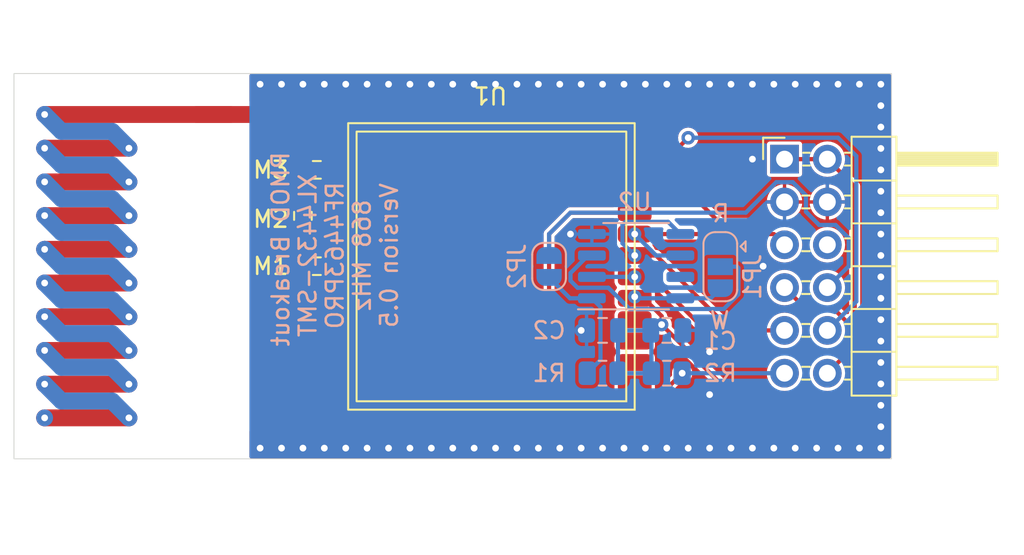
<source format=kicad_pcb>
(kicad_pcb (version 20221018) (generator pcbnew)
  (layers (0 "F.Cu" signal) (31 "B.Cu" signal) (34 "B.Paste" user) (35 "F.Paste" user) (36 "B.SilkS" user "B.Silkscreen") (37 "F.SilkS" user "F.Silkscreen") (38 "B.Mask" user) (39 "F.Mask" user) (44 "Edge.Cuts" user))
  (net 0 "")
  (net 1 "GND")
  (net 2 "nRESET")
  (net 3 "nCS")
  (net 4 "SCK")
  (net 5 "MOSI")
  (net 6 "MISO")
  (net 7 "VCC")
  (net 9 "Net-(AE1-A)")
  (net 12 "IRQ")
  (net 14 "Net-(U1-ANT)")
  (net 15 "Net-(JP1-C)")
  (net 16 "nCS2")
  (net 18 "nCS_Flash")
  (footprint "Connector_PinHeader_2.54mm:PinHeader_2x06_P2.54mm_Horizontal" (layer "F.Cu") (at 149.86 43.18)
    (fp_text reference "J1" hide)
    (fp_text value "Conn_02x06_Odd_Even")
    (fp_line (start -1.27 -1.27) (end 0 -1.27) (stroke (width 0.12)) (layer "F.SilkS"))
    (fp_line (start -1.27 0) (end -1.27 -1.27) (stroke (width 0.12)) (layer "F.SilkS"))
    (fp_line (start 1.042929 2.16) (end 1.497071 2.16) (stroke (width 0.12)) (layer "F.SilkS"))
    (fp_line (start 1.042929 2.92) (end 1.497071 2.92) (stroke (width 0.12)) (layer "F.SilkS"))
    (fp_line (start 1.042929 4.7) (end 1.497071 4.7) (stroke (width 0.12)) (layer "F.SilkS"))
    (fp_line (start 1.042929 5.46) (end 1.497071 5.46) (stroke (width 0.12)) (layer "F.SilkS"))
    (fp_line (start 1.042929 7.24) (end 1.497071 7.24) (stroke (width 0.12)) (layer "F.SilkS"))
    (fp_line (start 1.042929 8) (end 1.497071 8) (stroke (width 0.12)) (layer "F.SilkS"))
    (fp_line (start 1.042929 9.78) (end 1.497071 9.78) (stroke (width 0.12)) (layer "F.SilkS"))
    (fp_line (start 1.042929 10.54) (end 1.497071 10.54) (stroke (width 0.12)) (layer "F.SilkS"))
    (fp_line (start 1.042929 12.32) (end 1.497071 12.32) (stroke (width 0.12)) (layer "F.SilkS"))
    (fp_line (start 1.042929 13.08) (end 1.497071 13.08) (stroke (width 0.12)) (layer "F.SilkS"))
    (fp_line (start 1.11 -0.38) (end 1.497071 -0.38) (stroke (width 0.12)) (layer "F.SilkS"))
    (fp_line (start 1.11 0.38) (end 1.497071 0.38) (stroke (width 0.12)) (layer "F.SilkS"))
    (fp_line (start 3.582929 -0.38) (end 3.98 -0.38) (stroke (width 0.12)) (layer "F.SilkS"))
    (fp_line (start 3.582929 0.38) (end 3.98 0.38) (stroke (width 0.12)) (layer "F.SilkS"))
    (fp_line (start 3.582929 2.16) (end 3.98 2.16) (stroke (width 0.12)) (layer "F.SilkS"))
    (fp_line (start 3.582929 2.92) (end 3.98 2.92) (stroke (width 0.12)) (layer "F.SilkS"))
    (fp_line (start 3.582929 4.7) (end 3.98 4.7) (stroke (width 0.12)) (layer "F.SilkS"))
    (fp_line (start 3.582929 5.46) (end 3.98 5.46) (stroke (width 0.12)) (layer "F.SilkS"))
    (fp_line (start 3.582929 7.24) (end 3.98 7.24) (stroke (width 0.12)) (layer "F.SilkS"))
    (fp_line (start 3.582929 8) (end 3.98 8) (stroke (width 0.12)) (layer "F.SilkS"))
    (fp_line (start 3.582929 9.78) (end 3.98 9.78) (stroke (width 0.12)) (layer "F.SilkS"))
    (fp_line (start 3.582929 10.54) (end 3.98 10.54) (stroke (width 0.12)) (layer "F.SilkS"))
    (fp_line (start 3.582929 12.32) (end 3.98 12.32) (stroke (width 0.12)) (layer "F.SilkS"))
    (fp_line (start 3.582929 13.08) (end 3.98 13.08) (stroke (width 0.12)) (layer "F.SilkS"))
    (fp_line (start 3.98 -1.33) (end 3.98 14.03) (stroke (width 0.12)) (layer "F.SilkS"))
    (fp_line (start 3.98 1.27) (end 6.64 1.27) (stroke (width 0.12)) (layer "F.SilkS"))
    (fp_line (start 3.98 3.81) (end 6.64 3.81) (stroke (width 0.12)) (layer "F.SilkS"))
    (fp_line (start 3.98 6.35) (end 6.64 6.35) (stroke (width 0.12)) (layer "F.SilkS"))
    (fp_line (start 3.98 8.89) (end 6.64 8.89) (stroke (width 0.12)) (layer "F.SilkS"))
    (fp_line (start 3.98 11.43) (end 6.64 11.43) (stroke (width 0.12)) (layer "F.SilkS"))
    (fp_line (start 3.98 14.03) (end 6.64 14.03) (stroke (width 0.12)) (layer "F.SilkS"))
    (fp_line (start 6.64 -1.33) (end 3.98 -1.33) (stroke (width 0.12)) (layer "F.SilkS"))
    (fp_line (start 6.64 -0.38) (end 12.64 -0.38) (stroke (width 0.12)) (layer "F.SilkS"))
    (fp_line (start 6.64 -0.32) (end 12.64 -0.32) (stroke (width 0.12)) (layer "F.SilkS"))
    (fp_line (start 6.64 -0.2) (end 12.64 -0.2) (stroke (width 0.12)) (layer "F.SilkS"))
    (fp_line (start 6.64 -0.08) (end 12.64 -0.08) (stroke (width 0.12)) (layer "F.SilkS"))
    (fp_line (start 6.64 0.04) (end 12.64 0.04) (stroke (width 0.12)) (layer "F.SilkS"))
    (fp_line (start 6.64 0.16) (end 12.64 0.16) (stroke (width 0.12)) (layer "F.SilkS"))
    (fp_line (start 6.64 0.28) (end 12.64 0.28) (stroke (width 0.12)) (layer "F.SilkS"))
    (fp_line (start 6.64 2.16) (end 12.64 2.16) (stroke (width 0.12)) (layer "F.SilkS"))
    (fp_line (start 6.64 4.7) (end 12.64 4.7) (stroke (width 0.12)) (layer "F.SilkS"))
    (fp_line (start 6.64 7.24) (end 12.64 7.24) (stroke (width 0.12)) (layer "F.SilkS"))
    (fp_line (start 6.64 9.78) (end 12.64 9.78) (stroke (width 0.12)) (layer "F.SilkS"))
    (fp_line (start 6.64 12.32) (end 12.64 12.32) (stroke (width 0.12)) (layer "F.SilkS"))
    (fp_line (start 6.64 14.03) (end 6.64 -1.33) (stroke (width 0.12)) (layer "F.SilkS"))
    (fp_line (start 12.64 -0.38) (end 12.64 0.38) (stroke (width 0.12)) (layer "F.SilkS"))
    (fp_line (start 12.64 0.38) (end 6.64 0.38) (stroke (width 0.12)) (layer "F.SilkS"))
    (fp_line (start 12.64 2.16) (end 12.64 2.92) (stroke (width 0.12)) (layer "F.SilkS"))
    (fp_line (start 12.64 2.92) (end 6.64 2.92) (stroke (width 0.12)) (layer "F.SilkS"))
    (fp_line (start 12.64 4.7) (end 12.64 5.46) (stroke (width 0.12)) (layer "F.SilkS"))
    (fp_line (start 12.64 5.46) (end 6.64 5.46) (stroke (width 0.12)) (layer "F.SilkS"))
    (fp_line (start 12.64 7.24) (end 12.64 8) (stroke (width 0.12)) (layer "F.SilkS"))
    (fp_line (start 12.64 8) (end 6.64 8) (stroke (width 0.12)) (layer "F.SilkS"))
    (fp_line (start 12.64 9.78) (end 12.64 10.54) (stroke (width 0.12)) (layer "F.SilkS"))
    (fp_line (start 12.64 10.54) (end 6.64 10.54) (stroke (width 0.12)) (layer "F.SilkS"))
    (fp_line (start 12.64 12.32) (end 12.64 13.08) (stroke (width 0.12)) (layer "F.SilkS"))
    (fp_line (start 12.64 13.08) (end 6.64 13.08) (stroke (width 0.12)) (layer "F.SilkS"))
    (pad "1" thru_hole rect (at 0 0) (size 1.7 1.7) (drill 1) (layers "*.Cu" "*.Mask") (net 7 "VCC"))
    (pad "2" thru_hole oval (at 2.54 0) (size 1.7 1.7) (drill 1) (layers "*.Cu" "*.Mask") (net 7 "VCC"))
    (pad "3" thru_hole oval (at 0 2.54) (size 1.7 1.7) (drill 1) (layers "*.Cu" "*.Mask") (net 1 "GND"))
    (pad "4" thru_hole oval (at 2.54 2.54) (size 1.7 1.7) (drill 1) (layers "*.Cu" "*.Mask") (net 1 "GND"))
    (pad "5" thru_hole oval (at 0 5.08) (size 1.7 1.7) (drill 1) (layers "*.Cu" "*.Mask") (net 4 "SCK"))
    (pad "6" thru_hole oval (at 2.54 5.08) (size 1.7 1.7) (drill 1) (layers "*.Cu" "*.Mask"))
    (pad "7" thru_hole oval (at 0 7.62) (size 1.7 1.7) (drill 1) (layers "*.Cu" "*.Mask") (net 6 "MISO"))
    (pad "8" thru_hole oval (at 2.54 7.62) (size 1.7 1.7) (drill 1) (layers "*.Cu" "*.Mask") (net 16 "nCS2"))
    (pad "9" thru_hole oval (at 0 10.16) (size 1.7 1.7) (drill 1) (layers "*.Cu" "*.Mask") (net 5 "MOSI"))
    (pad "10" thru_hole oval (at 2.54 10.16) (size 1.7 1.7) (drill 1) (layers "*.Cu" "*.Mask") (net 2 "nRESET"))
    (pad "11" thru_hole oval (at 0 12.7) (size 1.7 1.7) (drill 1) (layers "*.Cu" "*.Mask") (net 3 "nCS"))
    (pad "12" thru_hole oval (at 2.54 12.7) (size 1.7 1.7) (drill 1) (layers "*.Cu" "*.Mask") (net 12 "IRQ"))
  )
  (footprint "AvS_Modules:RF4xxx" (layer "F.Cu") (at 132.47 49.545 180)
    (fp_text reference "U1" (at 0.0635 10.16 180 unlocked) (layer "F.SilkS"))
    (fp_text value "AS4432-SMD")
    (fp_rect (start -8.5 -8.5) (end 8.5 8.5) (stroke (width 0.12)) (fill none) (layer "F.SilkS"))
    (fp_rect (start -8 -8) (end 8 8) (stroke (width 0.12)) (fill none) (layer "F.SilkS"))
    (pad "1" smd roundrect (at -8.5 -6.97 180) (size 2 1) (layers "F.Cu" "F.Paste" "F.Mask") (net 1 "GND"))
    (pad "2" smd roundrect (at -8.5 -5.7 180) (size 2 1) (layers "F.Cu" "F.Paste" "F.Mask"))
    (pad "3" smd roundrect (at -8.5 -4.43 180) (size 2 1) (layers "F.Cu" "F.Paste" "F.Mask"))
    (pad "4" smd roundrect (at -8.5 -3.16 180) (size 2 1) (layers "F.Cu" "F.Paste" "F.Mask"))
    (pad "5" smd roundrect (at -8.5 -1.89 180) (size 2 1) (layers "F.Cu" "F.Paste" "F.Mask") (net 7 "VCC"))
    (pad "6" smd roundrect (at -8.5 -0.62 180) (size 2 1) (layers "F.Cu" "F.Paste" "F.Mask") (net 6 "MISO"))
    (pad "7" smd roundrect (at -8.5 0.65 180) (size 2 1) (layers "F.Cu" "F.Paste" "F.Mask") (net 5 "MOSI"))
    (pad "8" smd roundrect (at -8.5 1.92 180) (size 2 1) (layers "F.Cu" "F.Paste" "F.Mask") (net 4 "SCK"))
    (pad "9" smd roundrect (at -8.5 3.19 180) (size 2 1) (layers "F.Cu" "F.Paste" "F.Mask") (net 3 "nCS"))
    (pad "10" smd roundrect (at -8.5 4.46 180) (size 2 1) (layers "F.Cu" "F.Paste" "F.Mask") (net 12 "IRQ"))
    (pad "11" smd roundrect (at -8.5 5.73 180) (size 2 1) (layers "F.Cu" "F.Paste" "F.Mask") (net 2 "nRESET"))
    (pad "12" smd roundrect (at -8.5 7 180) (size 2 1) (layers "F.Cu" "F.Paste" "F.Mask") (net 1 "GND"))
    (pad "13" smd roundrect (at 8.5 -5.89 180) (size 2 1) (layers "F.Cu" "F.Paste" "F.Mask") (net 14 "Net-(U1-ANT)"))
    (pad "14" smd roundrect (at 8.5 -7.39 180) (size 2 1) (layers "F.Cu" "F.Paste" "F.Mask") (net 1 "GND"))
  )
  (footprint "Resistor_SMD:R_0603_1608Metric" (layer "F.Cu") (at 122.11 49.53)
    (fp_text reference "M1" (at -2.73 0) (layer "F.SilkS"))
    (fp_text value "DNP")
    (fp_line (start -0.237258 -0.5225) (end 0.237258 -0.5225) (stroke (width 0.12)) (layer "F.SilkS"))
    (fp_line (start -0.237258 0.5225) (end 0.237258 0.5225) (stroke (width 0.12)) (layer "F.SilkS"))
    (pad "1" smd roundrect (at -0.825 0) (size 0.8 0.95) (layers "F.Cu" "F.Paste" "F.Mask") (net 14 "Net-(U1-ANT)"))
    (pad "2" smd roundrect (at 0.825 0) (size 0.8 0.95) (layers "F.Cu" "F.Paste" "F.Mask") (net 1 "GND"))
  )
  (footprint "Resistor_SMD:R_0603_1608Metric" (layer "F.Cu") (at 122.11 43.815)
    (fp_text reference "M3" (at -2.73 0) (layer "F.SilkS"))
    (fp_text value "12 nH")
    (fp_line (start -0.237258 -0.5225) (end 0.237258 -0.5225) (stroke (width 0.12)) (layer "F.SilkS"))
    (fp_line (start -0.237258 0.5225) (end 0.237258 0.5225) (stroke (width 0.12)) (layer "F.SilkS"))
    (pad "1" smd roundrect (at -0.825 0) (size 0.8 0.95) (layers "F.Cu" "F.Paste" "F.Mask") (net 9 "Net-(AE1-A)"))
    (pad "2" smd roundrect (at 0.825 0) (size 0.8 0.95) (layers "F.Cu" "F.Paste" "F.Mask") (net 1 "GND"))
  )
  (footprint "AvS_Antenna:Texas_SWRA416_868MHz_915MHz_Right" (layer "F.Cu") (at 111.76 49.53 90)
    (fp_text reference "AE1" hide)
    (fp_text value "Antenna")
    (fp_line (start -9 -5.8) (end -9 -0.8) (stroke (width 1)) (layer "F.Cu"))
    (fp_line (start -7 -5.8) (end -7 -0.8) (stroke (width 1)) (layer "F.Cu"))
    (fp_line (start -5 -5.8) (end -5 -0.8) (stroke (width 1)) (layer "F.Cu"))
    (fp_line (start -3 -5.8) (end -3 -0.8) (stroke (width 1)) (layer "F.Cu"))
    (fp_line (start -1 -5.8) (end -1 -0.8) (stroke (width 1)) (layer "F.Cu"))
    (fp_line (start 1 -5.8) (end 1 -0.8) (stroke (width 1)) (layer "F.Cu"))
    (fp_line (start 3 -5.8) (end 3 -0.8) (stroke (width 1)) (layer "F.Cu"))
    (fp_line (start 5 -5.8) (end 5 -0.8) (stroke (width 1)) (layer "F.Cu"))
    (fp_line (start 7 -5.8) (end 7 -0.8) (stroke (width 1)) (layer "F.Cu"))
    (fp_line (start 9 5.2) (end 9 -5.8) (stroke (width 1)) (layer "F.Cu"))
    (fp_line (start -8 -4.8) (end -8 -1.8) (stroke (width 1)) (layer "B.Cu"))
    (fp_line (start -8 -1.8) (end -9 -0.8) (stroke (width 1)) (layer "B.Cu"))
    (fp_line (start -7 -5.8) (end -8 -4.8) (stroke (width 1)) (layer "B.Cu"))
    (fp_line (start -6 -4.8) (end -6 -1.8) (stroke (width 1)) (layer "B.Cu"))
    (fp_line (start -6 -1.8) (end -7 -0.8) (stroke (width 1)) (layer "B.Cu"))
    (fp_line (start -5 -5.8) (end -6 -4.8) (stroke (width 1)) (layer "B.Cu"))
    (fp_line (start -4 -4.8) (end -4 -1.8) (stroke (width 1)) (layer "B.Cu"))
    (fp_line (start -4 -1.8) (end -5 -0.8) (stroke (width 1)) (layer "B.Cu"))
    (fp_line (start -3 -5.8) (end -4 -4.8) (stroke (width 1)) (layer "B.Cu"))
    (fp_line (start -2 -4.8) (end -2 -1.8) (stroke (width 1)) (layer "B.Cu"))
    (fp_line (start -2 -1.8) (end -3 -0.8) (stroke (width 1)) (layer "B.Cu"))
    (fp_line (start -1 -5.8) (end -2 -4.8) (stroke (width 1)) (layer "B.Cu"))
    (fp_line (start 0 -4.8) (end 0 -1.8) (stroke (width 1)) (layer "B.Cu"))
    (fp_line (start 0 -1.8) (end -1 -0.8) (stroke (width 1)) (layer "B.Cu"))
    (fp_line (start 1 -5.8) (end 0 -4.8) (stroke (width 1)) (layer "B.Cu"))
    (fp_line (start 2 -4.8) (end 2 -1.8) (stroke (width 1)) (layer "B.Cu"))
    (fp_line (start 2 -1.8) (end 1 -0.8) (stroke (width 1)) (layer "B.Cu"))
    (fp_line (start 3 -5.8) (end 2 -4.8) (stroke (width 1)) (layer "B.Cu"))
    (fp_line (start 4 -4.8) (end 4 -1.8) (stroke (width 1)) (layer "B.Cu"))
    (fp_line (start 4 -1.8) (end 3 -0.8) (stroke (width 1)) (layer "B.Cu"))
    (fp_line (start 5 -5.8) (end 4 -4.8) (stroke (width 1)) (layer "B.Cu"))
    (fp_line (start 6 -4.8) (end 6 -1.8) (stroke (width 1)) (layer "B.Cu"))
    (fp_line (start 6 -1.8) (end 5 -0.8) (stroke (width 1)) (layer "B.Cu"))
    (fp_line (start 7 -5.8) (end 6 -4.8) (stroke (width 1)) (layer "B.Cu"))
    (fp_line (start 8 -4.8) (end 8 -1.8) (stroke (width 1)) (layer "B.Cu"))
    (fp_line (start 8 -1.8) (end 7 -0.8) (stroke (width 1)) (layer "B.Cu"))
    (fp_line (start 9 -5.8) (end 8 -4.8) (stroke (width 1)) (layer "B.Cu"))
    (pad "" thru_hole circle (at -9 -5.8 270) (size 1 1) (drill 0.4) (layers "*.Cu"))
    (pad "" thru_hole circle (at -9 -0.8 270) (size 1 1) (drill 0.4) (layers "*.Cu"))
    (pad "" thru_hole circle (at -7 -5.8 270) (size 1 1) (drill 0.4) (layers "*.Cu"))
    (pad "" thru_hole circle (at -7 -0.8 270) (size 1 1) (drill 0.4) (layers "*.Cu"))
    (pad "" thru_hole circle (at -5 -5.8 270) (size 1 1) (drill 0.4) (layers "*.Cu"))
    (pad "" thru_hole circle (at -5 -0.8 270) (size 1 1) (drill 0.4) (layers "*.Cu"))
    (pad "" thru_hole circle (at -3 -5.8 270) (size 1 1) (drill 0.4) (layers "*.Cu"))
    (pad "" thru_hole circle (at -3 -0.8 270) (size 1 1) (drill 0.4) (layers "*.Cu"))
    (pad "" thru_hole circle (at -1 -5.8 270) (size 1 1) (drill 0.4) (layers "*.Cu"))
    (pad "" thru_hole circle (at -1 -0.8 270) (size 1 1) (drill 0.4) (layers "*.Cu"))
    (pad "" thru_hole circle (at 1 -5.8 270) (size 1 1) (drill 0.4) (layers "*.Cu"))
    (pad "" thru_hole circle (at 1 -0.8 270) (size 1 1) (drill 0.4) (layers "*.Cu"))
    (pad "" thru_hole circle (at 3 -5.8 270) (size 1 1) (drill 0.4) (layers "*.Cu"))
    (pad "" thru_hole circle (at 3 -0.8 270) (size 1 1) (drill 0.4) (layers "*.Cu"))
    (pad "" thru_hole circle (at 5 -5.8 270) (size 1 1) (drill 0.4) (layers "*.Cu"))
    (pad "" thru_hole circle (at 5 -0.8 270) (size 1 1) (drill 0.4) (layers "*.Cu"))
    (pad "" thru_hole circle (at 7 -5.8 270) (size 1 1) (drill 0.4) (layers "*.Cu"))
    (pad "" thru_hole circle (at 7 -0.8 270) (size 1 1) (drill 0.4) (layers "*.Cu"))
    (pad "" thru_hole circle (at 9 -5.8 270) (size 1 1) (drill 0.4) (layers "*.Cu"))
    (pad "1" smd trapezoid (at 9 5.9 270) (size 0.4 0.8) (rect_delta 0 0.3) (layers "F.Cu") (net 9 "Net-(AE1-A)"))
    (zone (net 0) (net_name "") (layer "F.Cu") (connect_pads (clearance 0)) (min_thickness 0.254)
      (keepout (tracks allowed) (vias allowed) (pads allowed) (copperpour not_allowed) (footprints not_allowed))
      (fill (thermal_gap 0.508) (thermal_bridge_width 0.508))
      (polygon (pts (xy 106.06 59.23) (xy 106.06 39.83) (xy 118.26 39.83) (xy 118.26 59.23)))
    )
  )
  (footprint "Resistor_SMD:R_0603_1608Metric" (layer "F.Cu") (at 121.285 46.545 90)
    (fp_text reference "M2" (at -0.19 -1.905 180) (layer "F.SilkS"))
    (fp_text value "1 pF")
    (fp_line (start -0.237258 -0.5225) (end 0.237258 -0.5225) (stroke (width 0.12)) (layer "F.SilkS"))
    (fp_line (start -0.237258 0.5225) (end 0.237258 0.5225) (stroke (width 0.12)) (layer "F.SilkS"))
    (pad "1" smd roundrect (at -0.825 0 90) (size 0.8 0.95) (layers "F.Cu" "F.Paste" "F.Mask") (net 14 "Net-(U1-ANT)"))
    (pad "2" smd roundrect (at 0.825 0 90) (size 0.8 0.95) (layers "F.Cu" "F.Paste" "F.Mask") (net 9 "Net-(AE1-A)"))
  )
  (footprint "Capacitor_SMD:C_0805_2012Metric" (layer "B.Cu") (at 142.875 53.34)
    (fp_text reference "C1" (at 3.175 0.635 180) (layer "B.SilkS") (effects (justify mirror)))
    (fp_text value "C_Small")
    (fp_line (start -0.261252 -0.735) (end 0.261252 -0.735) (stroke (width 0.12)) (layer "B.SilkS"))
    (fp_line (start -0.261252 0.735) (end 0.261252 0.735) (stroke (width 0.12)) (layer "B.SilkS"))
    (pad "1" smd roundrect (at -0.95 0) (size 1 1.45) (layers "B.Cu" "B.Paste" "B.Mask") (net 7 "VCC"))
    (pad "2" smd roundrect (at 0.95 0) (size 1 1.45) (layers "B.Cu" "B.Paste" "B.Mask") (net 1 "GND"))
  )
  (footprint "Resistor_SMD:R_0805_2012Metric" (layer "B.Cu") (at 142.875 55.88)
    (fp_text reference "R2" (at 3.175 0) (layer "B.SilkS") (effects (justify mirror)))
    (fp_text value "R_Small")
    (fp_line (start -0.227064 -0.735) (end 0.227064 -0.735) (stroke (width 0.12)) (layer "B.SilkS"))
    (fp_line (start -0.227064 0.735) (end 0.227064 0.735) (stroke (width 0.12)) (layer "B.SilkS"))
    (pad "1" smd roundrect (at -0.9125 0) (size 1.025 1.4) (layers "B.Cu" "B.Paste" "B.Mask") (roundrect_rratio 0.243902439) (net 7 "VCC"))
    (pad "2" smd roundrect (at 0.9125 0) (size 1.025 1.4) (layers "B.Cu" "B.Paste" "B.Mask") (roundrect_rratio 0.243902439) (net 3 "nCS"))
  )
  (footprint "Jumper:SolderJumper-3_P1.3mm_Open_RoundedPad1.0x1.5mm" (layer "B.Cu") (at 146.05 49.56 -90)
    (fp_text reference "JP1" (at 0.605 -1.905 90) (layer "B.SilkS") (effects (justify mirror)))
    (fp_text value "SolderJumper_3_Open")
    (fp_line (start -2.05 -0.3) (end -2.05 0.3) (stroke (width 0.12)) (layer "B.SilkS"))
    (fp_line (start -1.5 -1.5) (end -0.9 -1.5) (stroke (width 0.12)) (layer "B.SilkS"))
    (fp_line (start -1.4 1) (end 1.4 1) (stroke (width 0.12)) (layer "B.SilkS"))
    (fp_line (start -1.2 -1.2) (end -1.5 -1.5) (stroke (width 0.12)) (layer "B.SilkS"))
    (fp_line (start -1.2 -1.2) (end -0.9 -1.5) (stroke (width 0.12)) (layer "B.SilkS"))
    (fp_line (start 1.4 -1) (end -1.4 -1) (stroke (width 0.12)) (layer "B.SilkS"))
    (fp_line (start 2.05 0.3) (end 2.05 -0.3) (stroke (width 0.12)) (layer "B.SilkS"))
    (fp_arc (start -2.05 -0.3) (mid -1.844975 -0.794975) (end -1.35 -1) (stroke (width 0.12)) (layer "B.SilkS"))
    (fp_arc (start -1.35 1) (mid -1.844975 0.794975) (end -2.05 0.3) (stroke (width 0.12)) (layer "B.SilkS"))
    (fp_arc (start 1.35 -1) (mid 1.844975 -0.794975) (end 2.05 -0.3) (stroke (width 0.12)) (layer "B.SilkS"))
    (fp_arc (start 2.05 0.3) (mid 1.844975 0.794975) (end 1.35 1) (stroke (width 0.12)) (layer "B.SilkS"))
    (pad "1" smd custom (at -1.3 0 270) (size 1 0.5) (layers "B.Cu" "B.Mask") (net 1 "GND") (options (clearance outline) (anchor rect)) (primitives (gr_circle (center 0 -0.25) (end 0.5 -0.25) (width 0) (fill yes)) (gr_circle (center 0 0.25) (end 0.5 0.25) (width 0) (fill yes)) (gr_poly (pts (xy 0.55 -0.75) (xy 0 -0.75) (xy 0 0.75) (xy 0.55 0.75)) (width 0) (fill yes))))
    (pad "2" smd rect (at 0 0 270) (size 1 1.5) (layers "B.Cu" "B.Mask") (net 15 "Net-(JP1-C)"))
    (pad "3" smd custom (at 1.3 0 270) (size 1 0.5) (layers "B.Cu" "B.Mask") (net 7 "VCC") (options (clearance outline) (anchor rect)) (primitives (gr_circle (center 0 -0.25) (end 0.5 -0.25) (width 0) (fill yes)) (gr_circle (center 0 0.25) (end 0.5 0.25) (width 0) (fill yes)) (gr_poly (pts (xy 0 -0.75) (xy -0.55 -0.75) (xy -0.55 0.75) (xy 0 0.75)) (width 0) (fill yes))))
  )
  (footprint "Capacitor_SMD:C_0805_2012Metric" (layer "B.Cu") (at 139.065 53.34 180)
    (fp_text reference "C2" (at 3.175 0) (layer "B.SilkS") (effects (justify mirror)))
    (fp_text value "C_Small")
    (fp_line (start -0.261252 -0.735) (end 0.261252 -0.735) (stroke (width 0.12)) (layer "B.SilkS"))
    (fp_line (start -0.261252 0.735) (end 0.261252 0.735) (stroke (width 0.12)) (layer "B.SilkS"))
    (pad "1" smd roundrect (at -0.95 0 180) (size 1 1.45) (layers "B.Cu" "B.Paste" "B.Mask") (net 7 "VCC"))
    (pad "2" smd roundrect (at 0.95 0 180) (size 1 1.45) (layers "B.Cu" "B.Paste" "B.Mask") (net 1 "GND"))
  )
  (footprint "Jumper:SolderJumper-2_P1.3mm_Open_RoundedPad1.0x1.5mm" (layer "B.Cu") (at 135.89 49.545 90)
    (fp_text reference "JP2" (at 0 -1.905 90) (layer "B.SilkS") (effects (justify mirror)))
    (fp_text value "Jumper_2_Open")
    (fp_line (start -1.4 -0.3) (end -1.4 0.3) (stroke (width 0.12)) (layer "B.SilkS"))
    (fp_line (start -0.7 1) (end 0.7 1) (stroke (width 0.12)) (layer "B.SilkS"))
    (fp_line (start 0.7 -1) (end -0.7 -1) (stroke (width 0.12)) (layer "B.SilkS"))
    (fp_line (start 1.4 0.3) (end 1.4 -0.3) (stroke (width 0.12)) (layer "B.SilkS"))
    (fp_arc (start -1.4 -0.3) (mid -1.194975 -0.794975) (end -0.7 -1) (stroke (width 0.12)) (layer "B.SilkS"))
    (fp_arc (start -0.7 1) (mid -1.194975 0.794975) (end -1.4 0.3) (stroke (width 0.12)) (layer "B.SilkS"))
    (fp_arc (start 0.7 -1) (mid 1.194975 -0.794975) (end 1.4 -0.3) (stroke (width 0.12)) (layer "B.SilkS"))
    (fp_arc (start 1.4 0.3) (mid 1.194975 0.794975) (end 0.7 1) (stroke (width 0.12)) (layer "B.SilkS"))
    (pad "1" smd custom (at -0.65 0 90) (size 1 0.5) (layers "B.Cu" "B.Mask") (net 18 "nCS_Flash") (options (clearance outline) (anchor rect)) (primitives (gr_circle (center 0 -0.25) (end 0.5 -0.25) (width 0) (fill yes)) (gr_circle (center 0 0.25) (end 0.5 0.25) (width 0) (fill yes)) (gr_poly (pts (xy 0.5 -0.75) (xy 0 -0.75) (xy 0 0.75) (xy 0.5 0.75)) (width 0) (fill yes))))
    (pad "2" smd custom (at 0.65 0 90) (size 1 0.5) (layers "B.Cu" "B.Mask") (net 16 "nCS2") (options (clearance outline) (anchor rect)) (primitives (gr_circle (center 0 -0.25) (end 0.5 -0.25) (width 0) (fill yes)) (gr_circle (center 0 0.25) (end 0.5 0.25) (width 0) (fill yes)) (gr_poly (pts (xy 0 -0.75) (xy -0.5 -0.75) (xy -0.5 0.75) (xy 0 0.75)) (width 0) (fill yes))))
  )
  (footprint "Package_SO:SOP-8_3.9x4.9mm_P1.27mm" (layer "B.Cu") (at 141.055 49.53)
    (fp_text reference "U2" (at -0.085 -3.81) (layer "B.SilkS") (effects (justify mirror)))
    (fp_text value "SPI FLASH")
    (fp_line (start 0 -2.56) (end -1.95 -2.56) (stroke (width 0.12)) (layer "B.SilkS"))
    (fp_line (start 0 -2.56) (end 1.95 -2.56) (stroke (width 0.12)) (layer "B.SilkS"))
    (fp_line (start 0 2.56) (end -3.45 2.56) (stroke (width 0.12)) (layer "B.SilkS"))
    (fp_line (start 0 2.56) (end 1.95 2.56) (stroke (width 0.12)) (layer "B.SilkS"))
    (pad "1" smd roundrect (at -2.625 1.905) (size 1.65 0.6) (layers "B.Cu" "B.Paste" "B.Mask") (net 18 "nCS_Flash"))
    (pad "2" smd roundrect (at -2.625 0.635) (size 1.65 0.6) (layers "B.Cu" "B.Paste" "B.Mask") (net 6 "MISO"))
    (pad "3" smd roundrect (at -2.625 -0.635) (size 1.65 0.6) (layers "B.Cu" "B.Paste" "B.Mask") (net 15 "Net-(JP1-C)"))
    (pad "4" smd roundrect (at -2.625 -1.905) (size 1.65 0.6) (layers "B.Cu" "B.Paste" "B.Mask") (net 1 "GND"))
    (pad "5" smd roundrect (at 2.625 -1.905) (size 1.65 0.6) (layers "B.Cu" "B.Paste" "B.Mask") (net 5 "MOSI"))
    (pad "6" smd roundrect (at 2.625 -0.635) (size 1.65 0.6) (layers "B.Cu" "B.Paste" "B.Mask") (net 4 "SCK"))
    (pad "7" smd roundrect (at 2.625 0.635) (size 1.65 0.6) (layers "B.Cu" "B.Paste" "B.Mask"))
    (pad "8" smd roundrect (at 2.625 1.905) (size 1.65 0.6) (layers "B.Cu" "B.Paste" "B.Mask") (net 7 "VCC"))
  )
  (footprint "Resistor_SMD:R_0805_2012Metric" (layer "B.Cu") (at 139.065 55.88 180)
    (fp_text reference "R1" (at 3.175 0) (layer "B.SilkS") (effects (justify mirror)))
    (fp_text value "R_Small")
    (fp_line (start -0.227064 -0.735) (end 0.227064 -0.735) (stroke (width 0.12)) (layer "B.SilkS"))
    (fp_line (start -0.227064 0.735) (end 0.227064 0.735) (stroke (width 0.12)) (layer "B.SilkS"))
    (pad "1" smd roundrect (at -0.9125 0 180) (size 1.025 1.4) (layers "B.Cu" "B.Paste" "B.Mask") (roundrect_rratio 0.243902439) (net 7 "VCC"))
    (pad "2" smd roundrect (at 0.9125 0 180) (size 1.025 1.4) (layers "B.Cu" "B.Paste" "B.Mask") (roundrect_rratio 0.243902439) (net 18 "nCS_Flash"))
  )
  (gr_rect (start 104.14 38.1) (end 156.21 60.96) (stroke (width 0.05)) (fill none) (layer "Edge.Cuts"))
  (gr_text "R" (at 146.685 46.99) (layer "B.SilkS") (effects (font (size 1 1)) (justify left bottom mirror)))
  (gr_text "PMOD Breakout \nXL4432-SMT\nRF4463PRO\n868 MHz\nVersion 0.5" (at 119.38 48.895 90) (layer "B.SilkS") (effects (font (size 1 1)) (justify top mirror)))
  (gr_text "W" (at 146.685 53.34) (layer "B.SilkS") (effects (font (size 1 1)) (justify left bottom mirror)))
  (via (at 155.575 56.515) (size 0.8) (drill 0.4) (layers "F.Cu" "B.Cu") (net 1))
  (via (at 125.095 60.325) (size 0.8) (drill 0.4) (layers "F.Cu" "B.Cu") (net 1))
  (via (at 141.605 38.735) (size 0.8) (drill 0.4) (layers "F.Cu" "B.Cu") (net 1))
  (via (at 142.875 60.325) (size 0.8) (drill 0.4) (layers "F.Cu" "B.Cu") (net 1))
  (via (at 155.575 41.275) (size 0.8) (drill 0.4) (layers "F.Cu" "B.Cu") (net 1))
  (via (at 153.035 38.735) (size 0.8) (drill 0.4) (layers "F.Cu" "B.Cu") (net 1))
  (via (at 120.015 38.735) (size 0.8) (drill 0.4) (layers "F.Cu" "B.Cu") (net 1))
  (via (at 128.905 38.735) (size 0.8) (drill 0.4) (layers "F.Cu" "B.Cu") (net 1))
  (via (at 145.415 54.61) (size 0.8) (drill 0.4) (layers "F.Cu" "B.Cu") (net 1))
  (via (at 155.575 50.165) (size 0.8) (drill 0.4) (layers "F.Cu" "B.Cu") (net 1))
  (via (at 145.415 57.15) (size 0.8) (drill 0.4) (layers "F.Cu" "B.Cu") (net 1))
  (via (at 131.445 60.325) (size 0.8) (drill 0.4) (layers "F.Cu" "B.Cu") (net 1))
  (via (at 140.335 60.325) (size 0.8) (drill 0.4) (layers "F.Cu" "B.Cu") (net 1))
  (via (at 123.825 38.735) (size 0.8) (drill 0.4) (layers "F.Cu" "B.Cu") (net 1))
  (via (at 153.035 60.325) (size 0.8) (drill 0.4) (layers "F.Cu" "B.Cu") (net 1))
  (via (at 148.59 49.53) (size 0.8) (drill 0.4) (layers "F.Cu" "B.Cu") (net 1))
  (via (at 121.285 38.735) (size 0.8) (drill 0.4) (layers "F.Cu" "B.Cu") (net 1))
  (via (at 132.715 38.735) (size 0.8) (drill 0.4) (layers "F.Cu" "B.Cu") (net 1))
  (via (at 133.985 38.735) (size 0.8) (drill 0.4) (layers "F.Cu" "B.Cu") (net 1))
  (via (at 155.575 38.735) (size 0.8) (drill 0.4) (layers "F.Cu" "B.Cu") (net 1))
  (via (at 133.985 60.325) (size 0.8) (drill 0.4) (layers "F.Cu" "B.Cu") (net 1))
  (via (at 155.575 47.625) (size 0.8) (drill 0.4) (layers "F.Cu" "B.Cu") (net 1))
  (via (at 136.525 60.325) (size 0.8) (drill 0.4) (layers "F.Cu" "B.Cu") (net 1))
  (via (at 155.575 57.785) (size 0.8) (drill 0.4) (layers "F.Cu" "B.Cu") (net 1))
  (via (at 154.305 38.735) (size 0.8) (drill 0.4) (layers "F.Cu" "B.Cu") (net 1))
  (via (at 121.285 60.325) (size 0.8) (drill 0.4) (layers "F.Cu" "B.Cu") (net 1))
  (via (at 155.575 60.325) (size 0.8) (drill 0.4) (layers "F.Cu" "B.Cu") (net 1))
  (via (at 126.365 38.735) (size 0.8) (drill 0.4) (layers "F.Cu" "B.Cu") (net 1))
  (via (at 118.745 60.325) (size 0.8) (drill 0.4) (layers "F.Cu" "B.Cu") (net 1))
  (via (at 146.685 60.325) (size 0.8) (drill 0.4) (layers "F.Cu" "B.Cu") (net 1))
  (via (at 147.955 38.735) (size 0.8) (drill 0.4) (layers "F.Cu" "B.Cu") (net 1))
  (via (at 155.575 40.005) (size 0.8) (drill 0.4) (layers "F.Cu" "B.Cu") (net 1))
  (via (at 145.415 60.325) (size 0.8) (drill 0.4) (layers "F.Cu" "B.Cu") (net 1))
  (via (at 155.575 53.975) (size 0.8) (drill 0.4) (layers "F.Cu" "B.Cu") (net 1))
  (via (at 150.495 60.325) (size 0.8) (drill 0.4) (layers "F.Cu" "B.Cu") (net 1))
  (via (at 130.175 60.325) (size 0.8) (drill 0.4) (layers "F.Cu" "B.Cu") (net 1))
  (via (at 144.145 60.325) (size 0.8) (drill 0.4) (layers "F.Cu" "B.Cu") (net 1))
  (via (at 155.575 51.435) (size 0.8) (drill 0.4) (layers "F.Cu" "B.Cu") (net 1))
  (via (at 154.305 60.325) (size 0.8) (drill 0.4) (layers "F.Cu" "B.Cu") (net 1))
  (via (at 144.145 38.735) (size 0.8) (drill 0.4) (layers "F.Cu" "B.Cu") (net 1))
  (via (at 120.015 60.325) (size 0.8) (drill 0.4) (layers "F.Cu" "B.Cu") (net 1))
  (via (at 123.825 60.325) (size 0.8) (drill 0.4) (layers "F.Cu" "B.Cu") (net 1))
  (via (at 155.575 59.055) (size 0.8) (drill 0.4) (layers "F.Cu" "B.Cu") (net 1))
  (via (at 147.955 43.18) (size 0.8) (drill 0.4) (layers "F.Cu" "B.Cu") (net 1))
  (via (at 145.415 38.735) (size 0.8) (drill 0.4) (layers "F.Cu" "B.Cu") (net 1))
  (via (at 135.255 38.735) (size 0.8) (drill 0.4) (layers "F.Cu" "B.Cu") (net 1))
  (via (at 131.445 38.735) (size 0.8) (drill 0.4) (layers "F.Cu" "B.Cu") (net 1))
  (via (at 139.065 38.735) (size 0.8) (drill 0.4) (layers "F.Cu" "B.Cu") (net 1))
  (via (at 151.765 60.325) (size 0.8) (drill 0.4) (layers "F.Cu" "B.Cu") (net 1))
  (via (at 122.555 38.735) (size 0.8) (drill 0.4) (layers "F.Cu" "B.Cu") (net 1))
  (via (at 155.575 52.705) (size 0.8) (drill 0.4) (layers "F.Cu" "B.Cu") (net 1))
  (via (at 155.575 42.545) (size 0.8) (drill 0.4) (layers "F.Cu" "B.Cu") (net 1))
  (via (at 136.525 38.735) (size 0.8) (drill 0.4) (layers "F.Cu" "B.Cu") (net 1))
  (via (at 118.745 38.735) (size 0.8) (drill 0.4) (layers "F.Cu" "B.Cu") (net 1))
  (via (at 140.335 38.735) (size 0.8) (drill 0.4) (layers "F.Cu" "B.Cu") (net 1))
  (via (at 128.905 60.325) (size 0.8) (drill 0.4) (layers "F.Cu" "B.Cu") (net 1))
  (via (at 137.16 47.625) (size 0.8) (drill 0.4) (layers "F.Cu" "B.Cu") (net 1))
  (via (at 130.175 38.735) (size 0.8) (drill 0.4) (layers "F.Cu" "B.Cu") (net 1))
  (via (at 139.065 60.325) (size 0.8) (drill 0.4) (layers "F.Cu" "B.Cu") (net 1))
  (via (at 141.605 60.325) (size 0.8) (drill 0.4) (layers "F.Cu" "B.Cu") (net 1))
  (via (at 142.875 38.735) (size 0.8) (drill 0.4) (layers "F.Cu" "B.Cu") (net 1))
  (via (at 155.575 43.815) (size 0.8) (drill 0.4) (layers "F.Cu" "B.Cu") (net 1))
  (via (at 155.575 55.245) (size 0.8) (drill 0.4) (layers "F.Cu" "B.Cu") (net 1))
  (via (at 146.685 38.735) (size 0.8) (drill 0.4) (layers "F.Cu" "B.Cu") (net 1))
  (via (at 155.575 46.355) (size 0.8) (drill 0.4) (layers "F.Cu" "B.Cu") (net 1))
  (via (at 155.575 48.895) (size 0.8) (drill 0.4) (layers "F.Cu" "B.Cu") (net 1))
  (via (at 149.225 60.325) (size 0.8) (drill 0.4) (layers "F.Cu" "B.Cu") (net 1))
  (via (at 132.715 60.325) (size 0.8) (drill 0.4) (layers "F.Cu" "B.Cu") (net 1))
  (via (at 150.495 38.735) (size 0.8) (drill 0.4) (layers "F.Cu" "B.Cu") (net 1))
  (via (at 137.795 38.735) (size 0.8) (drill 0.4) (layers "F.Cu" "B.Cu") (net 1))
  (via (at 155.575 45.085) (size 0.8) (drill 0.4) (layers "F.Cu" "B.Cu") (net 1))
  (via (at 147.955 60.325) (size 0.8) (drill 0.4) (layers "F.Cu" "B.Cu") (net 1))
  (via (at 149.225 38.735) (size 0.8) (drill 0.4) (layers "F.Cu" "B.Cu") (net 1))
  (via (at 137.795 60.325) (size 0.8) (drill 0.4) (layers "F.Cu" "B.Cu") (net 1))
  (via (at 127.635 60.325) (size 0.8) (drill 0.4) (layers "F.Cu" "B.Cu") (net 1))
  (via (at 125.095 38.735) (size 0.8) (drill 0.4) (layers "F.Cu" "B.Cu") (net 1))
  (via (at 122.555 60.325) (size 0.8) (drill 0.4) (layers "F.Cu" "B.Cu") (net 1))
  (via (at 151.765 38.735) (size 0.8) (drill 0.4) (layers "F.Cu" "B.Cu") (net 1))
  (via (at 127.635 38.735) (size 0.8) (drill 0.4) (layers "F.Cu" "B.Cu") (net 1))
  (via (at 126.365 60.325) (size 0.8) (drill 0.4) (layers "F.Cu" "B.Cu") (net 1))
  (via (at 135.255 60.325) (size 0.8) (drill 0.4) (layers "F.Cu" "B.Cu") (net 1))
  (via (at 137.795 53.34) (size 0.8) (drill 0.4) (layers "F.Cu" "B.Cu") (net 1))
  (segment (start 142.24 43.815) (end 140.97 43.815) (width 0.25) (layer "F.Cu") (net 2))
  (segment (start 144.145 41.91) (end 142.24 43.815) (width 0.25) (layer "F.Cu") (net 2))
  (via (at 144.145 41.91) (size 0.8) (drill 0.4) (layers "F.Cu" "B.Cu") (net 2))
  (segment (start 154.12 51.62) (end 154.12 42.995) (width 0.25) (layer "B.Cu") (net 2))
  (segment (start 154.12 42.995) (end 153.035 41.91) (width 0.25) (layer "B.Cu") (net 2))
  (segment (start 153.035 41.91) (end 144.145 41.91) (width 0.25) (layer "B.Cu") (net 2))
  (segment (start 152.4 53.34) (end 154.12 51.62) (width 0.25) (layer "B.Cu") (net 2))
  (segment (start 135.89 47.625) (end 135.89 57.15) (width 0.25) (layer "F.Cu") (net 3))
  (segment (start 141.8825 57.785) (end 143.7875 55.88) (width 0.25) (layer "F.Cu") (net 3))
  (segment (start 137.16 46.355) (end 135.89 47.625) (width 0.25) (layer "F.Cu") (net 3))
  (segment (start 136.525 57.785) (end 141.8825 57.785) (width 0.25) (layer "F.Cu") (net 3))
  (segment (start 135.89 57.15) (end 136.525 57.785) (width 0.25) (layer "F.Cu") (net 3))
  (segment (start 140.97 46.355) (end 137.16 46.355) (width 0.25) (layer "F.Cu") (net 3))
  (via (at 143.7875 55.88) (size 0.8) (drill 0.4) (layers "F.Cu" "B.Cu") (net 3))
  (segment (start 143.7875 55.88) (end 149.86 55.88) (width 0.25) (layer "B.Cu") (net 3))
  (segment (start 149.86 48.26) (end 149.225 47.625) (width 0.25) (layer "F.Cu") (net 4))
  (segment (start 149.225 47.625) (end 140.97 47.625) (width 0.25) (layer "F.Cu") (net 4))
  (via (at 140.97 47.625) (size 0.8) (drill 0.4) (layers "F.Cu" "B.Cu") (net 4))
  (segment (start 142.24 48.895) (end 143.68 48.895) (width 0.25) (layer "B.Cu") (net 4))
  (segment (start 140.97 47.625) (end 142.24 48.895) (width 0.25) (layer "B.Cu") (net 4))
  (segment (start 142.24 48.895) (end 140.97 48.895) (width 0.25) (layer "F.Cu") (net 5))
  (segment (start 149.86 53.34) (end 146.685 53.34) (width 0.25) (layer "F.Cu") (net 5))
  (segment (start 146.685 53.34) (end 142.24 48.895) (width 0.25) (layer "F.Cu") (net 5))
  (via (at 140.97 48.895) (size 0.8) (drill 0.4) (layers "F.Cu" "B.Cu") (net 5))
  (segment (start 142.955 46.9) (end 140.425 46.9) (width 0.25) (layer "B.Cu") (net 5))
  (segment (start 140.245 48.17) (end 140.97 48.895) (width 0.25) (layer "B.Cu") (net 5))
  (segment (start 143.68 47.625) (end 142.955 46.9) (width 0.25) (layer "B.Cu") (net 5))
  (segment (start 140.245 47.08) (end 140.245 48.17) (width 0.25) (layer "B.Cu") (net 5))
  (segment (start 140.425 46.9) (end 140.245 47.08) (width 0.25) (layer "B.Cu") (net 5))
  (segment (start 140.97 50.165) (end 141.995305 50.165) (width 0.25) (layer "F.Cu") (net 6))
  (segment (start 151.035 51.975) (end 149.86 50.8) (width 0.25) (layer "F.Cu") (net 6))
  (segment (start 151.035 53.826701) (end 151.035 51.975) (width 0.25) (layer "F.Cu") (net 6))
  (segment (start 150.346701 54.515) (end 151.035 53.826701) (width 0.25) (layer "F.Cu") (net 6))
  (segment (start 141.995305 50.165) (end 146.345305 54.515) (width 0.25) (layer "F.Cu") (net 6))
  (segment (start 146.345305 54.515) (end 150.346701 54.515) (width 0.25) (layer "F.Cu") (net 6))
  (via (at 140.97 50.165) (size 0.8) (drill 0.4) (layers "F.Cu" "B.Cu") (net 6))
  (segment (start 140.97 50.165) (end 138.43 50.165) (width 0.25) (layer "B.Cu") (net 6))
  (segment (start 154.025 44.805) (end 152.4 43.18) (width 0.25) (layer "F.Cu") (net 7))
  (segment (start 141.513173 51.435) (end 142.568418 52.490245) (width 0.25) (layer "F.Cu") (net 7))
  (segment (start 140.97 51.435) (end 141.513173 51.435) (width 0.25) (layer "F.Cu") (net 7))
  (segment (start 142.568418 52.997863) (end 146.625555 57.055) (width 0.25) (layer "F.Cu") (net 7))
  (segment (start 154.025 55.916701) (end 154.025 44.805) (width 0.25) (layer "F.Cu") (net 7))
  (segment (start 152.4 43.18) (end 149.86 43.18) (width 0.25) (layer "F.Cu") (net 7))
  (segment (start 142.568418 52.490245) (end 142.568418 52.997863) (width 0.25) (layer "F.Cu") (net 7))
  (segment (start 152.886701 57.055) (end 154.025 55.916701) (width 0.25) (layer "F.Cu") (net 7))
  (segment (start 146.625555 57.055) (end 152.886701 57.055) (width 0.25) (layer "F.Cu") (net 7))
  (via (at 140.97 51.3455) (size 0.8) (drill 0.4) (layers "F.Cu" "B.Cu") (net 7))
  (via (at 142.568418 52.997863) (size 0.8) (drill 0.4) (layers "F.Cu" "B.Cu") (net 7))
  (segment (start 146.05 50.86) (end 145.475 51.435) (width 0.25) (layer "B.Cu") (net 7))
  (segment (start 143.68 51.435) (end 141.0595 51.435) (width 0.25) (layer "B.Cu") (net 7))
  (segment (start 140.335 53.34) (end 140.015 53.34) (width 0.25) (layer "B.Cu") (net 7))
  (segment (start 141.9625 55.88) (end 139.9775 55.88) (width 0.25) (layer "B.Cu") (net 7))
  (segment (start 142.267137 52.997863) (end 141.925 53.34) (width 0.25) (layer "B.Cu") (net 7))
  (segment (start 141.925 53.34) (end 141.9625 53.3775) (width 0.25) (layer "B.Cu") (net 7))
  (segment (start 142.568418 52.997863) (end 142.267137 52.997863) (width 0.25) (layer "B.Cu") (net 7))
  (segment (start 139.9775 55.88) (end 139.9775 53.3775) (width 0.25) (layer "B.Cu") (net 7))
  (segment (start 141.0595 51.435) (end 140.97 51.3455) (width 0.25) (layer "B.Cu") (net 7))
  (segment (start 139.9775 53.3775) (end 140.015 53.34) (width 0.25) (layer "B.Cu") (net 7))
  (segment (start 141.9625 53.3775) (end 141.9625 55.88) (width 0.25) (layer "B.Cu") (net 7))
  (segment (start 141.925 53.34) (end 140.015 53.34) (width 0.25) (layer "B.Cu") (net 7))
  (segment (start 145.475 51.435) (end 143.68 51.435) (width 0.25) (layer "B.Cu") (net 7))
  (segment (start 121.285 43.815) (end 121.285 45.72) (width 1) (layer "F.Cu") (net 9))
  (segment (start 115 40.53) (end 119.795 40.53) (width 1) (layer "F.Cu") (net 9))
  (segment (start 121.285 41.91) (end 121.285 43.815) (width 1) (layer "F.Cu") (net 9))
  (segment (start 121.285 41.91) (end 120.015 40.64) (width 1) (layer "F.Cu") (net 9))
  (segment (start 146.05 46.99) (end 144.145 45.085) (width 0.25) (layer "F.Cu") (net 12))
  (segment (start 144.145 45.085) (end 140.97 45.085) (width 0.25) (layer "F.Cu") (net 12))
  (segment (start 152.4 55.88) (end 153.575 54.705) (width 0.25) (layer "F.Cu") (net 12))
  (segment (start 150.251701 46.99) (end 146.05 46.99) (width 0.25) (layer "F.Cu") (net 12))
  (segment (start 151.035 51.286701) (end 151.035 47.773299) (width 0.25) (layer "F.Cu") (net 12))
  (segment (start 151.035 47.773299) (end 150.251701 46.99) (width 0.25) (layer "F.Cu") (net 12))
  (segment (start 153.575 52.853299) (end 152.791701 52.07) (width 0.25) (layer "F.Cu") (net 12))
  (segment (start 151.818299 52.07) (end 151.035 51.286701) (width 0.25) (layer "F.Cu") (net 12))
  (segment (start 153.575 54.705) (end 153.575 52.853299) (width 0.25) (layer "F.Cu") (net 12))
  (segment (start 152.791701 52.07) (end 151.818299 52.07) (width 0.25) (layer "F.Cu") (net 12))
  (segment (start 121.285 53.975) (end 121.285 49.53) (width 1) (layer "F.Cu") (net 14))
  (segment (start 121.285 47.37) (end 121.285 49.53) (width 1) (layer "F.Cu") (net 14))
  (segment (start 122.745 55.435) (end 121.285 53.975) (width 1) (layer "F.Cu") (net 14))
  (segment (start 123.97 55.435) (end 122.745 55.435) (width 1) (layer "F.Cu") (net 14))
  (segment (start 137.578249 50.81) (end 139.409195 50.81) (width 0.25) (layer "B.Cu") (net 15))
  (segment (start 137.16 50.391751) (end 137.578249 50.81) (width 0.25) (layer "B.Cu") (net 15))
  (segment (start 147.125 51.201727) (end 147.125 49.635) (width 0.25) (layer "B.Cu") (net 15))
  (segment (start 147.125 49.635) (end 147.05 49.56) (width 0.25) (layer "B.Cu") (net 15))
  (segment (start 146.256227 52.0705) (end 147.125 51.201727) (width 0.25) (layer "B.Cu") (net 15))
  (segment (start 138.203249 48.895) (end 137.16 49.938249) (width 0.25) (layer "B.Cu") (net 15))
  (segment (start 147.05 49.56) (end 146.05 49.56) (width 0.25) (layer "B.Cu") (net 15))
  (segment (start 140.669695 52.0705) (end 146.256227 52.0705) (width 0.25) (layer "B.Cu") (net 15))
  (segment (start 139.409195 50.81) (end 140.669695 52.0705) (width 0.25) (layer "B.Cu") (net 15))
  (segment (start 138.43 48.895) (end 138.203249 48.895) (width 0.25) (layer "B.Cu") (net 15))
  (segment (start 137.16 49.938249) (end 137.16 50.391751) (width 0.25) (layer "B.Cu") (net 15))
  (segment (start 137.16 46.355) (end 147.563299 46.355) (width 0.25) (layer "B.Cu") (net 16))
  (segment (start 135.89 47.625) (end 137.16 46.355) (width 0.25) (layer "B.Cu") (net 16))
  (segment (start 135.89 48.895) (end 135.89 47.625) (width 0.25) (layer "B.Cu") (net 16))
  (segment (start 153.67 49.53) (end 152.4 50.8) (width 0.25) (layer "B.Cu") (net 16))
  (segment (start 151.130698 46.302399) (end 151.913299 47.085) (width 0.25) (layer "B.Cu") (net 16))
  (segment (start 153.67 47.868299) (end 153.67 49.53) (width 0.25) (layer "B.Cu") (net 16))
  (segment (start 151.913299 47.085) (end 152.886701 47.085) (width 0.25) (layer "B.Cu") (net 16))
  (segment (start 152.886701 47.085) (end 153.67 47.868299) (width 0.25) (layer "B.Cu") (net 16))
  (segment (start 149.373299 44.545) (end 150.346701 44.545) (width 0.25) (layer "B.Cu") (net 16))
  (segment (start 147.563299 46.355) (end 149.373299 44.545) (width 0.25) (layer "B.Cu") (net 16))
  (segment (start 151.130698 45.328997) (end 151.130698 46.302399) (width 0.25) (layer "B.Cu") (net 16))
  (segment (start 150.346701 44.545) (end 151.130698 45.328997) (width 0.25) (layer "B.Cu") (net 16))
  (segment (start 137.13 51.435) (end 135.89 50.195) (width 0.25) (layer "B.Cu") (net 18))
  (segment (start 138.43 51.435) (end 138.94 51.945) (width 0.25) (layer "B.Cu") (net 18))
  (segment (start 138.43 51.435) (end 137.13 51.435) (width 0.25) (layer "B.Cu") (net 18))
  (segment (start 138.94 55.0925) (end 138.1525 55.88) (width 0.25) (layer "B.Cu") (net 18))
  (segment (start 138.94 51.945) (end 138.94 55.0925) (width 0.25) (layer "B.Cu") (net 18))
  (zone (net 1) (net_name "GND") (layers "F&B.Cu") (connect_pads (clearance 0.2)) (min_thickness 0.2) (fill yes (thermal_gap 0.2) (thermal_bridge_width 0.2))
    (polygon (pts (xy 156.21 60.96) (xy 118.11 60.96) (xy 118.11 38.1) (xy 156.21 38.1)))
  )
)
</source>
